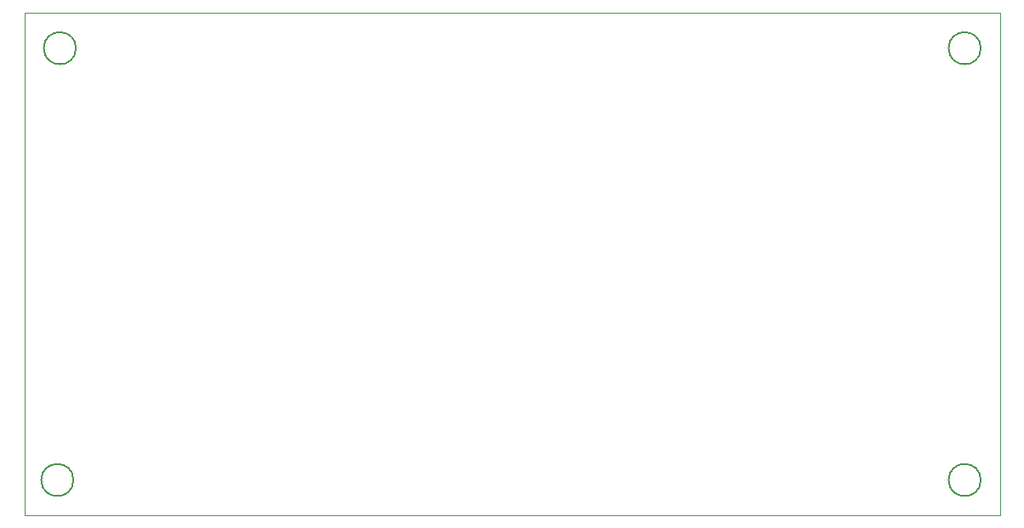
<source format=gm1>
G04 #@! TF.GenerationSoftware,KiCad,Pcbnew,8.0.2*
G04 #@! TF.CreationDate,2024-08-09T17:56:16+09:00*
G04 #@! TF.ProjectId,powersupply,706f7765-7273-4757-9070-6c792e6b6963,rev?*
G04 #@! TF.SameCoordinates,Original*
G04 #@! TF.FileFunction,Profile,NP*
%FSLAX46Y46*%
G04 Gerber Fmt 4.6, Leading zero omitted, Abs format (unit mm)*
G04 Created by KiCad (PCBNEW 8.0.2) date 2024-08-09 17:56:16*
%MOMM*%
%LPD*%
G01*
G04 APERTURE LIST*
G04 #@! TA.AperFunction,Profile*
%ADD10C,0.200000*%
G04 #@! TD*
G04 #@! TA.AperFunction,Profile*
%ADD11C,0.050000*%
G04 #@! TD*
G04 APERTURE END LIST*
D10*
X58350000Y-44250000D02*
G75*
G02*
X55150000Y-44250000I-1600000J0D01*
G01*
X55150000Y-44250000D02*
G75*
G02*
X58350000Y-44250000I1600000J0D01*
G01*
X148350000Y-87250000D02*
G75*
G02*
X145150000Y-87250000I-1600000J0D01*
G01*
X145150000Y-87250000D02*
G75*
G02*
X148350000Y-87250000I1600000J0D01*
G01*
X148350000Y-44250000D02*
G75*
G02*
X145150000Y-44250000I-1600000J0D01*
G01*
X145150000Y-44250000D02*
G75*
G02*
X148350000Y-44250000I1600000J0D01*
G01*
D11*
X53250000Y-40750000D02*
X150250000Y-40750000D01*
X150250000Y-90750000D01*
X53250000Y-90750000D01*
X53250000Y-40750000D01*
D10*
X58100000Y-87250000D02*
G75*
G02*
X54900000Y-87250000I-1600000J0D01*
G01*
X54900000Y-87250000D02*
G75*
G02*
X58100000Y-87250000I1600000J0D01*
G01*
M02*

</source>
